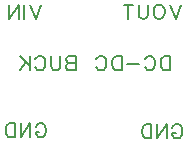
<source format=gbo>
G04 Layer: BottomSilkscreenLayer*
G04 EasyEDA Pro v2.2.37.7, 2025-06-16 05:36:05*
G04 Gerber Generator version 0.3*
G04 Scale: 100 percent, Rotated: No, Reflected: No*
G04 Dimensions in millimeters*
G04 Leading zeros omitted, absolute positions, 4 integers and 5 decimals*
%FSLAX45Y45*%
%MOMM*%
%ADD10C,0.2032*%
G75*


G04 Text Start*
G54D10*
G01X4051300Y-497840D02*
G01X4005580Y-617982D01*
G01X3959860Y-497840D02*
G01X4005580Y-617982D01*
G01X3912108Y-497840D02*
G01X3912108Y-617982D01*
G01X3864356Y-497840D02*
G01X3864356Y-617982D01*
G01X3864356Y-497840D02*
G01X3784346Y-617982D01*
G01X3784346Y-497840D02*
G01X3784346Y-617982D01*
G01X5237276Y-493839D02*
G01X5191556Y-613981D01*
G01X5145836Y-493839D02*
G01X5191556Y-613981D01*
G01X5063794Y-493839D02*
G01X5075224Y-499681D01*
G01X5086654Y-511111D01*
G01X5092242Y-522541D01*
G01X5098084Y-539559D01*
G01X5098084Y-568261D01*
G01X5092242Y-585279D01*
G01X5086654Y-596709D01*
G01X5075224Y-608139D01*
G01X5063794Y-613981D01*
G01X5040934Y-613981D01*
G01X5029504Y-608139D01*
G01X5018074Y-596709D01*
G01X5012232Y-585279D01*
G01X5006644Y-568261D01*
G01X5006644Y-539559D01*
G01X5012232Y-522541D01*
G01X5018074Y-511111D01*
G01X5029504Y-499681D01*
G01X5040934Y-493839D01*
G01X5063794Y-493839D01*
G01X4958892Y-493839D02*
G01X4958892Y-579691D01*
G01X4953050Y-596709D01*
G01X4941620Y-608139D01*
G01X4924602Y-613981D01*
G01X4913172Y-613981D01*
G01X4895900Y-608139D01*
G01X4884470Y-596709D01*
G01X4878882Y-579691D01*
G01X4878882Y-493839D01*
G01X4790998Y-493839D02*
G01X4790998Y-613981D01*
G01X4831130Y-493839D02*
G01X4751120Y-493839D01*
G01X4008628Y-1527302D02*
G01X4014470Y-1515872D01*
G01X4025900Y-1504442D01*
G01X4037330Y-1498600D01*
G01X4060190Y-1498600D01*
G01X4071620Y-1504442D01*
G01X4083050Y-1515872D01*
G01X4088638Y-1527302D01*
G01X4094480Y-1544320D01*
G01X4094480Y-1573022D01*
G01X4088638Y-1590040D01*
G01X4083050Y-1601470D01*
G01X4071620Y-1612900D01*
G01X4060190Y-1618742D01*
G01X4037330Y-1618742D01*
G01X4025900Y-1612900D01*
G01X4014470Y-1601470D01*
G01X4008628Y-1590040D01*
G01X4008628Y-1573022D01*
G01X4037330Y-1573022D02*
G01X4008628Y-1573022D01*
G01X3960876Y-1498600D02*
G01X3960876Y-1618742D01*
G01X3960876Y-1498600D02*
G01X3880866Y-1618742D01*
G01X3880866Y-1498600D02*
G01X3880866Y-1618742D01*
G01X3833114Y-1498600D02*
G01X3833114Y-1618742D01*
G01X3833114Y-1498600D02*
G01X3792982Y-1498600D01*
G01X3775964Y-1504442D01*
G01X3764534Y-1515872D01*
G01X3758692Y-1527302D01*
G01X3753104Y-1544320D01*
G01X3753104Y-1573022D01*
G01X3758692Y-1590040D01*
G01X3764534Y-1601470D01*
G01X3775964Y-1612900D01*
G01X3792982Y-1618742D01*
G01X3833114Y-1618742D01*
G01X5162550Y-1534922D02*
G01X5168392Y-1523492D01*
G01X5179822Y-1512062D01*
G01X5191252Y-1506220D01*
G01X5214112Y-1506220D01*
G01X5225542Y-1512062D01*
G01X5236972Y-1523492D01*
G01X5242560Y-1534922D01*
G01X5248402Y-1551940D01*
G01X5248402Y-1580642D01*
G01X5242560Y-1597660D01*
G01X5236972Y-1609090D01*
G01X5225542Y-1620520D01*
G01X5214112Y-1626362D01*
G01X5191252Y-1626362D01*
G01X5179822Y-1620520D01*
G01X5168392Y-1609090D01*
G01X5162550Y-1597660D01*
G01X5162550Y-1580642D01*
G01X5191252Y-1580642D02*
G01X5162550Y-1580642D01*
G01X5114798Y-1506220D02*
G01X5114798Y-1626362D01*
G01X5114798Y-1506220D02*
G01X5034788Y-1626362D01*
G01X5034788Y-1506220D02*
G01X5034788Y-1626362D01*
G01X4987036Y-1506220D02*
G01X4987036Y-1626362D01*
G01X4987036Y-1506220D02*
G01X4946904Y-1506220D01*
G01X4929886Y-1512062D01*
G01X4918456Y-1523492D01*
G01X4912614Y-1534922D01*
G01X4907026Y-1551940D01*
G01X4907026Y-1580642D01*
G01X4912614Y-1597660D01*
G01X4918456Y-1609090D01*
G01X4929886Y-1620520D01*
G01X4946904Y-1626362D01*
G01X4987036Y-1626362D01*
G01X5146040Y-929640D02*
G01X5146040Y-1049782D01*
G01X5146040Y-929640D02*
G01X5105908Y-929640D01*
G01X5088890Y-935482D01*
G01X5077460Y-946912D01*
G01X5071618Y-958342D01*
G01X5066030Y-975360D01*
G01X5066030Y-1004062D01*
G01X5071618Y-1021080D01*
G01X5077460Y-1032510D01*
G01X5088890Y-1043940D01*
G01X5105908Y-1049782D01*
G01X5146040Y-1049782D01*
G01X4932426Y-958342D02*
G01X4938268Y-946912D01*
G01X4949698Y-935482D01*
G01X4961128Y-929640D01*
G01X4983988Y-929640D01*
G01X4995418Y-935482D01*
G01X5006848Y-946912D01*
G01X5012436Y-958342D01*
G01X5018278Y-975360D01*
G01X5018278Y-1004062D01*
G01X5012436Y-1021080D01*
G01X5006848Y-1032510D01*
G01X4995418Y-1043940D01*
G01X4983988Y-1049782D01*
G01X4961128Y-1049782D01*
G01X4949698Y-1043940D01*
G01X4938268Y-1032510D01*
G01X4932426Y-1021080D01*
G01X4884674Y-998220D02*
G01X4781804Y-998220D01*
G01X4734052Y-929640D02*
G01X4734052Y-1049782D01*
G01X4734052Y-929640D02*
G01X4693920Y-929640D01*
G01X4676902Y-935482D01*
G01X4665472Y-946912D01*
G01X4659630Y-958342D01*
G01X4654042Y-975360D01*
G01X4654042Y-1004062D01*
G01X4659630Y-1021080D01*
G01X4665472Y-1032510D01*
G01X4676902Y-1043940D01*
G01X4693920Y-1049782D01*
G01X4734052Y-1049782D01*
G01X4520438Y-958342D02*
G01X4526280Y-946912D01*
G01X4537710Y-935482D01*
G01X4549140Y-929640D01*
G01X4572000Y-929640D01*
G01X4583430Y-935482D01*
G01X4594860Y-946912D01*
G01X4600448Y-958342D01*
G01X4606290Y-975360D01*
G01X4606290Y-1004062D01*
G01X4600448Y-1021080D01*
G01X4594860Y-1032510D01*
G01X4583430Y-1043940D01*
G01X4572000Y-1049782D01*
G01X4549140Y-1049782D01*
G01X4537710Y-1043940D01*
G01X4526280Y-1032510D01*
G01X4520438Y-1021080D01*
G01X4344670Y-929640D02*
G01X4344670Y-1049782D01*
G01X4344670Y-929640D02*
G01X4293108Y-929640D01*
G01X4276090Y-935482D01*
G01X4270248Y-941070D01*
G01X4264660Y-952500D01*
G01X4264660Y-963930D01*
G01X4270248Y-975360D01*
G01X4276090Y-981202D01*
G01X4293108Y-986790D01*
G01X4344670Y-986790D02*
G01X4293108Y-986790D01*
G01X4276090Y-992632D01*
G01X4270248Y-998220D01*
G01X4264660Y-1009650D01*
G01X4264660Y-1026922D01*
G01X4270248Y-1038352D01*
G01X4276090Y-1043940D01*
G01X4293108Y-1049782D01*
G01X4344670Y-1049782D01*
G01X4216908Y-929640D02*
G01X4216908Y-1015492D01*
G01X4211066Y-1032510D01*
G01X4199636Y-1043940D01*
G01X4182618Y-1049782D01*
G01X4171188Y-1049782D01*
G01X4153916Y-1043940D01*
G01X4142486Y-1032510D01*
G01X4136898Y-1015492D01*
G01X4136898Y-929640D01*
G01X4003294Y-958342D02*
G01X4009136Y-946912D01*
G01X4020566Y-935482D01*
G01X4031996Y-929640D01*
G01X4054856Y-929640D01*
G01X4066286Y-935482D01*
G01X4077716Y-946912D01*
G01X4083304Y-958342D01*
G01X4089146Y-975360D01*
G01X4089146Y-1004062D01*
G01X4083304Y-1021080D01*
G01X4077716Y-1032510D01*
G01X4066286Y-1043940D01*
G01X4054856Y-1049782D01*
G01X4031996Y-1049782D01*
G01X4020566Y-1043940D01*
G01X4009136Y-1032510D01*
G01X4003294Y-1021080D01*
G01X3955542Y-929640D02*
G01X3955542Y-1049782D01*
G01X3875532Y-929640D02*
G01X3955542Y-1009650D01*
G01X3926840Y-981202D02*
G01X3875532Y-1049782D01*
G04 Text End*

M02*


</source>
